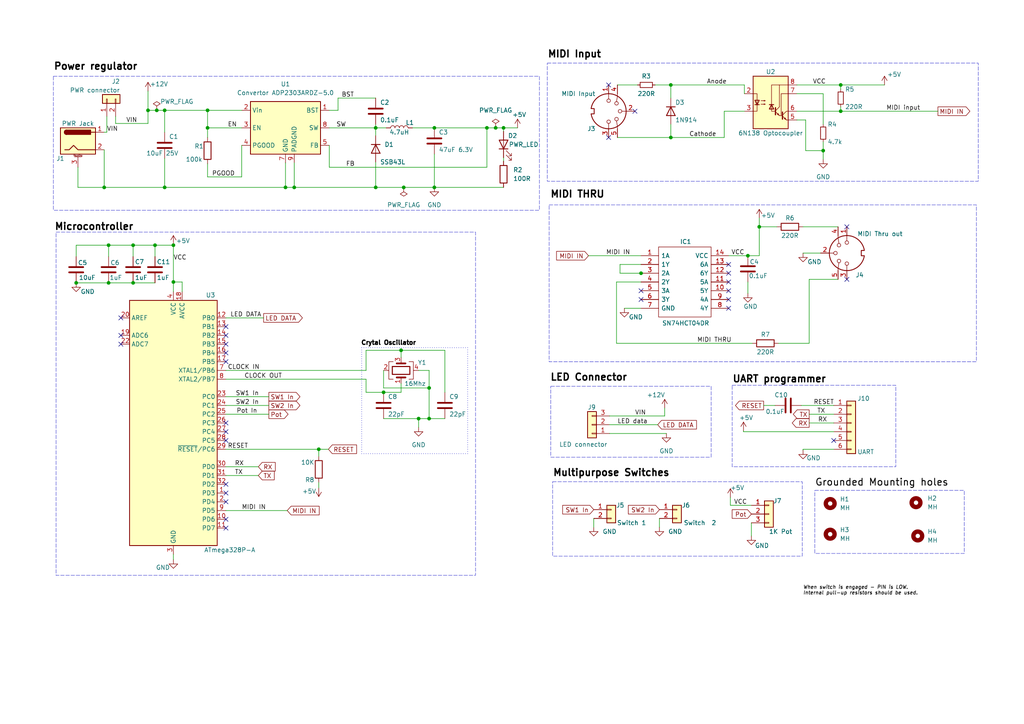
<source format=kicad_sch>
(kicad_sch (version 20230121) (generator eeschema)
  (paper "A4")
  (lib_symbols
    (symbol "Connector:Barrel_Jack_MountingPin" (pin_names hide)
      (property "Reference" "J1" (at -5.08 -5.08 0))
      (property "Value" "PWR Jack" (at 0 5.08 0))
      (symbol "Barrel_Jack_MountingPin_0_1"
        (rectangle (start -5.08 3.81) (end 5.08 -3.81) (stroke (width 0.254)) (fill (type background)))
        (arc (start -3.302 3.175) (mid -3.9343 2.54) (end -3.302 1.905) (stroke (width 0.254)))
        (arc (start -3.302 3.175) (mid -3.9343 2.54) (end -3.302 1.905) (stroke (width 0.254)) (fill (type outline)))
        (polyline (pts (xy 5.08 2.54) (xy 3.81 2.54)) (stroke (width 0.254)))
        (polyline (pts (xy -3.81 -2.54) (xy -2.54 -2.54) (xy -1.27 -1.27) (xy 0 -2.54) (xy 2.54 -2.54) (xy 5.08 -2.54)) (stroke (width 0.254)))
        (rectangle (start 3.683 3.175) (end -3.302 1.905) (stroke (width 0.254)) (fill (type outline)))
      )
      (symbol "Barrel_Jack_MountingPin_1_1"
        (polyline (pts (xy -1.016 -4.572) (xy 1.016 -4.572)) (stroke (width 0.1524)))
        (text "Mounting" (at 0 -4.191 0) (effects (font (size 0.381 0.381))))
        (pin passive line (at 7.62 2.54 180) (length 2.54) (name "~") (number "1"))
        (pin passive line (at 7.62 -2.54 180) (length 2.54) (name "~") (number "2"))
        (pin passive line (at 0 -7.62 90) (length 3.048) (name "MountPin") (number "3"))
      )
    )
    (symbol "Connector:DIN-5_180degree" (pin_names (offset 1.016))
      (property "Reference" "J" (at 3.175 5.715 0))
      (property "Value" "DIN-5_180degree" (at 0 -6.35 0))
      (symbol "DIN-5_180degree_0_1"
        (arc (start -5.08 0) (mid -3.8609 -3.3364) (end -0.762 -5.08) (stroke (width 0.254)))
        (circle (center -3.048 0) (radius 0.508))
        (circle (center -2.286 2.286) (radius 0.508))
        (polyline (pts (xy -5.08 0) (xy -3.556 0)))
        (polyline (pts (xy 0 5.08) (xy 0 3.81)))
        (polyline (pts (xy 5.08 0) (xy 3.556 0)))
        (polyline (pts (xy -5.08 2.54) (xy -4.318 2.54) (xy -2.794 2.286)))
        (polyline (pts (xy 5.08 2.54) (xy 4.318 2.54) (xy 2.794 2.286)))
        (polyline (pts (xy -0.762 -4.953) (xy -0.762 -4.191) (xy 0.762 -4.191) (xy 0.762 -4.953)) (stroke (width 0.254)))
        (circle (center 0 3.302) (radius 0.508))
        (arc (start 0.762 -5.08) (mid 3.8685 -3.343) (end 5.08 0) (stroke (width 0.254)))
        (circle (center 2.286 2.286) (radius 0.508))
        (circle (center 3.048 0) (radius 0.508))
        (arc (start 5.08 0) (mid 0 5.0579) (end -5.08 0) (stroke (width 0.254)))
      )
      (symbol "DIN-5_180degree_1_1"
        (pin passive line (at -7.62 0 0) (length 2.54) (name "~") (number "1"))
        (pin passive line (at 0 7.62 270) (length 2.54) (name "~") (number "2"))
        (pin passive line (at 7.62 0 180) (length 2.54) (name "~") (number "3"))
        (pin passive line (at -7.62 2.54 0) (length 2.54) (name "~") (number "4"))
        (pin passive line (at 7.62 2.54 180) (length 2.54) (name "~") (number "5"))
      )
    )
    (symbol "Connector_Generic:Conn_01x02" (pin_names (offset 1.016) hide)
      (property "Reference" "J" (at 0 2.54 0))
      (property "Value" "Conn_01x02" (at 0 -5.08 0))
      (symbol "Conn_01x02_1_1"
        (rectangle (start -1.27 -2.413) (end 0 -2.667) (stroke (width 0.1524)))
        (rectangle (start -1.27 0.127) (end 0 -0.127) (stroke (width 0.1524)))
        (rectangle (start -1.27 1.27) (end 1.27 -3.81) (stroke (width 0.254)) (fill (type background)))
        (pin passive line (at -5.08 0 0) (length 3.81) (name "Pin_1") (number "1"))
        (pin passive line (at -5.08 -2.54 0) (length 3.81) (name "Pin_2") (number "2"))
      )
    )
    (symbol "Connector_Generic:Conn_01x03" (pin_names (offset 1.016) hide)
      (property "Reference" "J" (at 0 5.08 0))
      (property "Value" "Conn_01x03" (at 0 -5.08 0))
      (symbol "Conn_01x03_1_1"
        (rectangle (start -1.27 -2.413) (end 0 -2.667) (stroke (width 0.1524)))
        (rectangle (start -1.27 0.127) (end 0 -0.127) (stroke (width 0.1524)))
        (rectangle (start -1.27 2.667) (end 0 2.413) (stroke (width 0.1524)))
        (rectangle (start -1.27 3.81) (end 1.27 -3.81) (stroke (width 0.254)) (fill (type background)))
        (pin passive line (at -5.08 2.54 0) (length 3.81) (name "Pin_1") (number "1"))
        (pin passive line (at -5.08 0 0) (length 3.81) (name "Pin_2") (number "2"))
        (pin passive line (at -5.08 -2.54 0) (length 3.81) (name "Pin_3") (number "3"))
      )
    )
    (symbol "Connector_Generic:Conn_01x06" (pin_names (offset 1.016) hide)
      (property "Reference" "J" (at 0 7.62 0))
      (property "Value" "Conn_01x06" (at 0 -10.16 0))
      (symbol "Conn_01x06_1_1"
        (rectangle (start -1.27 -7.493) (end 0 -7.747) (stroke (width 0.1524)))
        (rectangle (start -1.27 -4.953) (end 0 -5.207) (stroke (width 0.1524)))
        (rectangle (start -1.27 -2.413) (end 0 -2.667) (stroke (width 0.1524)))
        (rectangle (start -1.27 0.127) (end 0 -0.127) (stroke (width 0.1524)))
        (rectangle (start -1.27 2.667) (end 0 2.413) (stroke (width 0.1524)))
        (rectangle (start -1.27 5.207) (end 0 4.953) (stroke (width 0.1524)))
        (rectangle (start -1.27 6.35) (end 1.27 -8.89) (stroke (width 0.254)) (fill (type background)))
        (pin passive line (at -5.08 5.08 0) (length 3.81) (name "Pin_1") (number "1"))
        (pin passive line (at -5.08 2.54 0) (length 3.81) (name "Pin_2") (number "2"))
        (pin passive line (at -5.08 0 0) (length 3.81) (name "Pin_3") (number "3"))
        (pin passive line (at -5.08 -2.54 0) (length 3.81) (name "Pin_4") (number "4"))
        (pin passive line (at -5.08 -5.08 0) (length 3.81) (name "Pin_5") (number "5"))
        (pin passive line (at -5.08 -7.62 0) (length 3.81) (name "Pin_6") (number "6"))
      )
    )
    (symbol "Device:C" (pin_numbers hide) (pin_names (offset 0.254))
      (property "Reference" "C" (at 0.635 2.54 0))
      (property "Value" "C" (at 0.635 -2.54 0))
      (symbol "C_0_1"
        (polyline (pts (xy -2.032 -0.762) (xy 2.032 -0.762)) (stroke (width 0.508)))
        (polyline (pts (xy -2.032 0.762) (xy 2.032 0.762)) (stroke (width 0.508)))
      )
      (symbol "C_1_1"
        (pin passive line (at 0 3.81 270) (length 2.794) (name "~") (number "1"))
        (pin passive line (at 0 -3.81 90) (length 2.794) (name "~") (number "2"))
      )
    )
    (symbol "Device:Crystal_GND24" (pin_names (offset 1.016) hide)
      (property "Reference" "Y" (at 3.175 5.08 0))
      (property "Value" "Crystal_GND24" (at 3.175 3.175 0))
      (symbol "Crystal_GND24_0_1"
        (rectangle (start -1.143 2.54) (end 1.143 -2.54) (stroke (width 0.3048)))
        (polyline (pts (xy -2.54 0) (xy -2.032 0)))
        (polyline (pts (xy -2.032 -1.27) (xy -2.032 1.27)) (stroke (width 0.508)))
        (polyline (pts (xy 0 -3.81) (xy 0 -3.556)))
        (polyline (pts (xy 0 3.556) (xy 0 3.81)))
        (polyline (pts (xy 2.032 -1.27) (xy 2.032 1.27)) (stroke (width 0.508)))
        (polyline (pts (xy 2.032 0) (xy 2.54 0)))
        (polyline (pts (xy -2.54 -2.286) (xy -2.54 -3.556) (xy 2.54 -3.556) (xy 2.54 -2.286)))
        (polyline (pts (xy -2.54 2.286) (xy -2.54 3.556) (xy 2.54 3.556) (xy 2.54 2.286)))
      )
      (symbol "Crystal_GND24_1_1"
        (pin passive line (at -3.81 0 0) (length 1.27) (name "1") (number "1"))
        (pin passive line (at 0 5.08 270) (length 1.27) (name "2") (number "2"))
        (pin passive line (at 3.81 0 180) (length 1.27) (name "3") (number "3"))
        (pin passive line (at 0 -5.08 90) (length 1.27) (name "4") (number "4"))
      )
    )
    (symbol "Device:D" (pin_numbers hide) (pin_names (offset 1.016) hide)
      (property "Reference" "D" (at 0 2.54 0))
      (property "Value" "D" (at 0 -2.54 0))
      (symbol "D_0_1"
        (polyline (pts (xy -1.27 1.27) (xy -1.27 -1.27)) (stroke (width 0.254)))
        (polyline (pts (xy 1.27 0) (xy -1.27 0)))
        (polyline (pts (xy 1.27 1.27) (xy 1.27 -1.27) (xy -1.27 0) (xy 1.27 1.27)) (stroke (width 0.254)))
      )
      (symbol "D_1_1"
        (pin passive line (at -3.81 0 0) (length 2.54) (name "K") (number "1"))
        (pin passive line (at 3.81 0 180) (length 2.54) (name "A") (number "2"))
      )
    )
    (symbol "Device:L" (pin_numbers hide) (pin_names (offset 1.016) hide)
      (property "Reference" "L" (at -1.27 0 90))
      (property "Value" "L" (at 1.905 0 90))
      (symbol "L_0_1"
        (arc (start 0 -2.54) (mid 0.6323 -1.905) (end 0 -1.27))
        (arc (start 0 -1.27) (mid 0.6323 -0.635) (end 0 0))
        (arc (start 0 0) (mid 0.6323 0.635) (end 0 1.27))
        (arc (start 0 1.27) (mid 0.6323 1.905) (end 0 2.54))
      )
      (symbol "L_1_1"
        (pin passive line (at 0 3.81 270) (length 1.27) (name "1") (number "1"))
        (pin passive line (at 0 -3.81 90) (length 1.27) (name "2") (number "2"))
      )
    )
    (symbol "Device:LED" (pin_numbers hide) (pin_names (offset 1.016) hide)
      (property "Reference" "D" (at 0 2.54 0))
      (property "Value" "LED" (at 0 -2.54 0))
      (symbol "LED_0_1"
        (polyline (pts (xy -1.27 -1.27) (xy -1.27 1.27)) (stroke (width 0.254)))
        (polyline (pts (xy -1.27 0) (xy 1.27 0)))
        (polyline (pts (xy 1.27 -1.27) (xy 1.27 1.27) (xy -1.27 0) (xy 1.27 -1.27)) (stroke (width 0.254)))
        (polyline (pts (xy -3.048 -0.762) (xy -4.572 -2.286) (xy -3.81 -2.286) (xy -4.572 -2.286) (xy -4.572 -1.524)))
        (polyline (pts (xy -1.778 -0.762) (xy -3.302 -2.286) (xy -2.54 -2.286) (xy -3.302 -2.286) (xy -3.302 -1.524)))
      )
      (symbol "LED_1_1"
        (pin passive line (at -3.81 0 0) (length 2.54) (name "K") (number "1"))
        (pin passive line (at 3.81 0 180) (length 2.54) (name "A") (number "2"))
      )
    )
    (symbol "Device:R" (pin_numbers hide) (pin_names (offset 0))
      (property "Reference" "R" (at 2.032 0 90))
      (property "Value" "R" (at 0 0 90))
      (symbol "R_0_1"
        (rectangle (start -1.016 -2.54) (end 1.016 2.54) (stroke (width 0.254)))
      )
      (symbol "R_1_1"
        (pin passive line (at 0 3.81 270) (length 1.27) (name "~") (number "1"))
        (pin passive line (at 0 -3.81 90) (length 1.27) (name "~") (number "2"))
      )
    )
    (symbol "Device:R_Small" (pin_numbers hide) (pin_names (offset 0.254) hide)
      (property "Reference" "R" (at 0.762 0.508 0))
      (property "Value" "R_Small" (at 0.762 -1.016 0))
      (symbol "R_Small_0_1"
        (rectangle (start -0.762 1.778) (end 0.762 -1.778) (stroke (width 0.2032)))
      )
      (symbol "R_Small_1_1"
        (pin passive line (at 0 2.54 270) (length 0.762) (name "~") (number "1"))
        (pin passive line (at 0 -2.54 90) (length 0.762) (name "~") (number "2"))
      )
    )
    (symbol "Diode:1N914" (pin_numbers hide) (pin_names hide)
      (property "Reference" "D" (at 0 2.54 0))
      (property "Value" "1N914" (at 0 -2.54 0))
      (symbol "1N914_0_1"
        (polyline (pts (xy -1.27 1.27) (xy -1.27 -1.27)) (stroke (width 0.254)))
        (polyline (pts (xy 1.27 0) (xy -1.27 0)))
        (polyline (pts (xy 1.27 1.27) (xy 1.27 -1.27) (xy -1.27 0) (xy 1.27 1.27)) (stroke (width 0.254)))
      )
      (symbol "1N914_1_1"
        (pin passive line (at -3.81 0 0) (length 2.54) (name "K") (number "1"))
        (pin passive line (at 3.81 0 180) (length 2.54) (name "A") (number "2"))
      )
    )
    (symbol "Isolator:6N138" (pin_names (offset 1.016) hide)
      (property "Reference" "U" (at -4.064 8.89 0))
      (property "Value" "6N138" (at 2.286 8.89 0))
      (symbol "6N138_0_1"
        (rectangle (start -5.08 7.62) (end 5.08 -7.62) (stroke (width 0.254)) (fill (type background)))
        (polyline (pts (xy -4.572 -0.635) (xy -3.302 -0.635)) (stroke (width 0.254)))
        (polyline (pts (xy 0.889 -0.635) (xy -0.381 -0.635)) (stroke (width 0.254)))
        (polyline (pts (xy 1.397 -2.667) (xy 2.54 -3.81)))
        (polyline (pts (xy 1.397 -2.413) (xy 2.54 -1.27)))
        (polyline (pts (xy 2.54 -3.81) (xy 3.175 -3.81)))
        (polyline (pts (xy 3.429 -3.937) (xy 4.572 -5.08)))
        (polyline (pts (xy 3.429 -3.683) (xy 4.572 -2.54)))
        (polyline (pts (xy 4.572 -5.08) (xy 5.08 -5.08)))
        (polyline (pts (xy 4.572 -2.54) (xy 5.08 -2.54)))
        (polyline (pts (xy 1.397 -1.524) (xy 1.397 -3.556) (xy 1.397 -3.556)) (stroke (width 0.3556)))
        (polyline (pts (xy 2.54 -1.27) (xy 2.54 5.08) (xy 5.08 5.08)))
        (polyline (pts (xy 3.429 -2.794) (xy 3.429 -4.826) (xy 3.429 -4.826)) (stroke (width 0.3556)))
        (polyline (pts (xy 5.08 2.54) (xy 3.048 2.54) (xy 3.048 -3.81)))
        (polyline (pts (xy -5.08 -2.54) (xy -3.937 -2.54) (xy -3.937 2.54) (xy -5.08 2.54)))
        (polyline (pts (xy -3.937 -0.635) (xy -4.572 0.635) (xy -3.302 0.635) (xy -3.937 -0.635)) (stroke (width 0.254)))
        (polyline (pts (xy 0.254 -0.635) (xy 0.889 -1.905) (xy -0.381 -1.905) (xy 0.254 -0.635)) (stroke (width 0.254)))
        (polyline (pts (xy 1.27 -2.54) (xy 0.254 -2.54) (xy 0.254 5.08) (xy 2.54 5.08)))
        (polyline (pts (xy 2.413 -3.683) (xy 2.159 -3.175) (xy 1.905 -3.429) (xy 2.413 -3.683)))
        (polyline (pts (xy 4.445 -4.953) (xy 4.191 -4.445) (xy 3.937 -4.699) (xy 4.445 -4.953)))
        (polyline (pts (xy -2.794 -0.508) (xy -1.524 -0.508) (xy -1.905 -0.635) (xy -1.905 -0.381) (xy -1.524 -0.508)))
        (polyline (pts (xy -2.794 0.508) (xy -1.524 0.508) (xy -1.905 0.381) (xy -1.905 0.635) (xy -1.524 0.508)))
      )
      (symbol "6N138_1_1"
        (pin no_connect line (at -5.08 5.08 0) (length 2.54) hide (name "NC") (number "1"))
        (pin passive line (at -7.62 2.54 0) (length 2.54) (name "C1") (number "2"))
        (pin passive line (at -7.62 -2.54 0) (length 2.54) (name "C2") (number "3"))
        (pin no_connect line (at -5.08 -5.08 0) (length 2.54) hide (name "NC") (number "4"))
        (pin passive line (at 7.62 -5.08 180) (length 2.54) (name "GND") (number "5"))
        (pin passive line (at 7.62 -2.54 180) (length 2.54) (name "VO2") (number "6"))
        (pin passive line (at 7.62 2.54 180) (length 2.54) (name "VO1") (number "7"))
        (pin passive line (at 7.62 5.08 180) (length 2.54) (name "VCC") (number "8"))
      )
    )
    (symbol "MCU_Microchip_ATmega:ATmega328P-A"
      (property "Reference" "U" (at -12.7 36.83 0))
      (property "Value" "ATmega328P-A" (at 2.54 -36.83 0))
      (symbol "ATmega328P-A_0_1"
        (rectangle (start -12.7 -35.56) (end 12.7 35.56) (stroke (width 0.254)) (fill (type background)))
      )
      (symbol "ATmega328P-A_1_1"
        (pin bidirectional line (at 15.24 -20.32 180) (length 2.54) (name "PD3") (number "1"))
        (pin bidirectional line (at 15.24 -27.94 180) (length 2.54) (name "PD6") (number "10"))
        (pin bidirectional line (at 15.24 -30.48 180) (length 2.54) (name "PD7") (number "11"))
        (pin bidirectional line (at 15.24 30.48 180) (length 2.54) (name "PB0") (number "12"))
        (pin bidirectional line (at 15.24 27.94 180) (length 2.54) (name "PB1") (number "13"))
        (pin bidirectional line (at 15.24 25.4 180) (length 2.54) (name "PB2") (number "14"))
        (pin bidirectional line (at 15.24 22.86 180) (length 2.54) (name "PB3") (number "15"))
        (pin bidirectional line (at 15.24 20.32 180) (length 2.54) (name "PB4") (number "16"))
        (pin bidirectional line (at 15.24 17.78 180) (length 2.54) (name "PB5") (number "17"))
        (pin power_in line (at 2.54 38.1 270) (length 2.54) (name "AVCC") (number "18"))
        (pin input line (at -15.24 25.4 0) (length 2.54) (name "ADC6") (number "19"))
        (pin bidirectional line (at 15.24 -22.86 180) (length 2.54) (name "PD4") (number "2"))
        (pin passive line (at -15.24 30.48 0) (length 2.54) (name "AREF") (number "20"))
        (pin passive line (at 0 -38.1 90) (length 2.54) hide (name "GND") (number "21"))
        (pin input line (at -15.24 22.86 0) (length 2.54) (name "ADC7") (number "22"))
        (pin bidirectional line (at 15.24 7.62 180) (length 2.54) (name "PC0") (number "23"))
        (pin bidirectional line (at 15.24 5.08 180) (length 2.54) (name "PC1") (number "24"))
        (pin bidirectional line (at 15.24 2.54 180) (length 2.54) (name "PC2") (number "25"))
        (pin bidirectional line (at 15.24 0 180) (length 2.54) (name "PC3") (number "26"))
        (pin bidirectional line (at 15.24 -2.54 180) (length 2.54) (name "PC4") (number "27"))
        (pin bidirectional line (at 15.24 -5.08 180) (length 2.54) (name "PC5") (number "28"))
        (pin bidirectional line (at 15.24 -7.62 180) (length 2.54) (name "~{RESET}/PC6") (number "29"))
        (pin power_in line (at 0 -38.1 90) (length 2.54) (name "GND") (number "3"))
        (pin bidirectional line (at 15.24 -12.7 180) (length 2.54) (name "PD0") (number "30"))
        (pin bidirectional line (at 15.24 -15.24 180) (length 2.54) (name "PD1") (number "31"))
        (pin bidirectional line (at 15.24 -17.78 180) (length 2.54) (name "PD2") (number "32"))
        (pin power_in line (at 0 38.1 270) (length 2.54) (name "VCC") (number "4"))
        (pin passive line (at 0 -38.1 90) (length 2.54) hide (name "GND") (number "5"))
        (pin passive line (at 0 38.1 270) (length 2.54) hide (name "VCC") (number "6"))
        (pin bidirectional line (at 15.24 15.24 180) (length 2.54) (name "XTAL1/PB6") (number "7"))
        (pin bidirectional line (at 15.24 12.7 180) (length 2.54) (name "XTAL2/PB7") (number "8"))
        (pin bidirectional line (at 15.24 -25.4 180) (length 2.54) (name "PD5") (number "9"))
      )
    )
    (symbol "Mechanical:MountingHole" (pin_names (offset 1.016))
      (property "Reference" "H" (at 0 5.08 0))
      (property "Value" "MountingHole" (at 0 3.175 0))
      (symbol "MountingHole_0_1"
        (circle (center 0 0) (radius 1.27) (stroke (width 1.27)))
      )
    )
    (symbol "Regulator_Switching:ADP2303ARDZ-5.0"
      (property "Reference" "U" (at -10.16 8.89 0))
      (property "Value" "ADP2303ARDZ-5.0" (at -3.81 8.89 0))
      (symbol "ADP2303ARDZ-5.0_0_1"
        (rectangle (start -10.16 7.62) (end 10.16 -7.62) (stroke (width 0.254)) (fill (type background)))
      )
      (symbol "ADP2303ARDZ-5.0_1_1"
        (pin input line (at 12.7 5.08 180) (length 2.54) (name "BST") (number "1"))
        (pin power_in line (at -12.7 5.08 0) (length 2.54) (name "Vin") (number "2"))
        (pin input line (at -12.7 0 0) (length 2.54) (name "EN") (number "3"))
        (pin output line (at -12.7 -5.08 0) (length 2.54) (name "PGOOD") (number "4"))
        (pin input line (at 12.7 -5.08 180) (length 2.54) (name "FB") (number "5"))
        (pin no_connect line (at -10.16 2.54 0) (length 2.54) hide (name "NC") (number "6"))
        (pin power_in line (at 0 -10.16 90) (length 2.54) (name "GND") (number "7"))
        (pin power_out line (at 12.7 0 180) (length 2.54) (name "SW") (number "8"))
        (pin power_in line (at 2.54 -10.16 90) (length 2.54) (name "PADGND") (number "9"))
      )
    )
    (symbol "SN74HCT04DR:SN74HCT04DR" (pin_names (offset 0.762))
      (property "Reference" "IC" (at 21.59 7.62 0))
      (property "Value" "SN74HCT04DR" (at 21.59 5.08 0))
      (symbol "SN74HCT04DR_0_0"
        (pin passive line (at 0 0 0) (length 5.08) (name "1A") (number "1"))
        (pin passive line (at 25.4 -10.16 180) (length 5.08) (name "5Y") (number "10"))
        (pin passive line (at 25.4 -7.62 180) (length 5.08) (name "5A") (number "11"))
        (pin passive line (at 25.4 -5.08 180) (length 5.08) (name "6Y") (number "12"))
        (pin passive line (at 25.4 -2.54 180) (length 5.08) (name "6A") (number "13"))
        (pin passive line (at 25.4 0 180) (length 5.08) (name "VCC") (number "14"))
        (pin passive line (at 0 -2.54 0) (length 5.08) (name "1Y") (number "2"))
        (pin passive line (at 0 -5.08 0) (length 5.08) (name "2A") (number "3"))
        (pin passive line (at 0 -7.62 0) (length 5.08) (name "2Y") (number "4"))
        (pin passive line (at 0 -10.16 0) (length 5.08) (name "3A") (number "5"))
        (pin passive line (at 0 -12.7 0) (length 5.08) (name "3Y") (number "6"))
        (pin passive line (at 0 -15.24 0) (length 5.08) (name "GND") (number "7"))
        (pin passive line (at 25.4 -15.24 180) (length 5.08) (name "4Y") (number "8"))
        (pin passive line (at 25.4 -12.7 180) (length 5.08) (name "4A") (number "9"))
      )
      (symbol "SN74HCT04DR_0_1"
        (polyline (pts (xy 5.08 2.54) (xy 20.32 2.54) (xy 20.32 -17.78) (xy 5.08 -17.78) (xy 5.08 2.54)) (stroke (width 0.1524)))
      )
    )
    (symbol "power:+12V" (power) (pin_names (offset 0))
      (property "Value" "+12V" (at 0 3.556 0))
      (symbol "+12V_0_1"
        (polyline (pts (xy -0.762 1.27) (xy 0 2.54)))
        (polyline (pts (xy 0 0) (xy 0 2.54)))
        (polyline (pts (xy 0 2.54) (xy 0.762 1.27)))
      )
      (symbol "+12V_1_1"
        (pin power_in line (at 0 0 90) (length 0) hide (name "+12V") (number "1"))
      )
    )
    (symbol "power:+5V" (power) (pin_names (offset 0))
      (property "Value" "+5V" (at 0 3.556 0))
      (symbol "+5V_0_1"
        (polyline (pts (xy -0.762 1.27) (xy 0 2.54)))
        (polyline (pts (xy 0 0) (xy 0 2.54)))
        (polyline (pts (xy 0 2.54) (xy 0.762 1.27)))
      )
      (symbol "+5V_1_1"
        (pin power_in line (at 0 0 90) (length 0) hide (name "+5V") (number "1"))
      )
    )
    (symbol "power:GND" (power) (pin_names (offset 0))
      (property "Value" "GND" (at 0 -3.81 0))
      (symbol "GND_0_1"
        (polyline (pts (xy 0 0) (xy 0 -1.27) (xy 1.27 -1.27) (xy 0 -2.54) (xy -1.27 -1.27) (xy 0 -1.27)))
      )
      (symbol "GND_1_1"
        (pin power_in line (at 0 0 270) (length 0) hide (name "GND") (number "1"))
      )
    )
    (symbol "power:PWR_FLAG" (power) (pin_numbers hide) (pin_names (offset 0) hide)
      (property "Value" "PWR_FLAG" (at 0 3.81 0))
      (symbol "PWR_FLAG_0_0"
        (pin power_out line (at 0 0 90) (length 0) (name "pwr") (number "1"))
      )
      (symbol "PWR_FLAG_0_1"
        (polyline (pts (xy 0 0) (xy 0 1.27) (xy -1.016 1.905) (xy 0 2.54) (xy 1.016 1.905) (xy 0 1.27)))
      )
    )
  )
  (junction (at 194.564 39.878))
  (junction (at 31.496 82.042))
  (junction (at 146.05 37.084))
  (junction (at 47.752 54.356))
  (junction (at 38.608 71.12))
  (junction (at 50.292 81.788))
  (junction (at 143.764 37.084))
  (junction (at 108.966 37.084))
  (junction (at 31.496 71.12))
  (junction (at 38.608 82.042))
  (junction (at 44.958 71.12))
  (junction (at 116.332 101.6))
  (junction (at 108.966 54.356))
  (junction (at 111.252 113.792))
  (junction (at 141.224 37.084))
  (junction (at 60.198 32.004))
  (junction (at 121.412 121.412))
  (junction (at 194.564 24.638))
  (junction (at 45.466 32.004))
  (junction (at 22.098 82.042))
  (junction (at 125.984 54.356))
  (junction (at 42.926 32.004))
  (junction (at 125.984 37.084))
  (junction (at 50.292 71.12))
  (junction (at 243.84 32.258))
  (junction (at 47.752 32.004))
  (junction (at 124.46 121.412))
  (junction (at 220.218 65.786))
  (junction (at 30.226 54.356))
  (junction (at 60.198 37.084))
  (junction (at 243.84 24.638))
  (junction (at 124.46 112.522))
  (junction (at 85.344 54.356))
  (junction (at 216.916 74.168))
  (junction (at 238.76 43.688))
  (junction (at 117.094 54.356))
  (junction (at 92.456 130.302))
  (junction (at 185.928 79.248))
  (junction (at 82.804 54.356))
  (no_connect (at 211.328 79.248))
  (no_connect (at 211.328 84.328))
  (no_connect (at 65.532 145.542))
  (no_connect (at 65.532 140.462))
  (no_connect (at 65.532 143.002))
  (no_connect (at 65.532 97.282))
  (no_connect (at 65.532 150.622))
  (no_connect (at 184.15 32.258))
  (no_connect (at 211.328 81.788))
  (no_connect (at 241.808 127.762))
  (no_connect (at 65.532 102.362))
  (no_connect (at 185.928 86.868))
  (no_connect (at 176.53 24.638))
  (no_connect (at 65.532 99.822))
  (no_connect (at 211.328 76.708))
  (no_connect (at 35.052 99.822))
  (no_connect (at 211.328 86.868))
  (no_connect (at 65.532 127.762))
  (no_connect (at 65.532 94.742))
  (no_connect (at 35.052 97.282))
  (no_connect (at 211.328 89.408))
  (no_connect (at 185.928 84.328))
  (no_connect (at 65.532 153.162))
  (no_connect (at 245.618 65.786))
  (no_connect (at 65.532 125.222))
  (no_connect (at 65.532 122.682))
  (no_connect (at 65.532 104.902))
  (no_connect (at 176.53 39.878))
  (no_connect (at 245.618 81.026))
  (no_connect (at 35.052 92.202))
  (wire (pts (xy 220.218 65.786) (xy 220.218 74.168)))
  (wire (pts (xy 179.07 24.638) (xy 184.912 24.638)))
  (wire (pts (xy 176.784 125.73) (xy 193.294 125.73)))
  (wire (pts (xy 238.76 43.688) (xy 238.76 46.228)))
  (wire (pts (xy 231.14 32.258) (xy 243.84 32.258)))
  (wire (pts (xy 98.044 28.448) (xy 108.966 28.448)))
  (wire (pts (xy 211.328 74.168) (xy 216.916 74.168)))
  (wire (pts (xy 241.808 125.222) (xy 215.646 125.222)))
  (wire (pts (xy 60.198 51.308) (xy 70.104 51.308)))
  (wire (pts (xy 125.984 54.356) (xy 117.094 54.356)))
  (wire (pts (xy 178.816 99.568) (xy 218.186 99.568)))
  (wire (pts (xy 85.344 47.244) (xy 85.344 54.356)))
  (wire (pts (xy 47.752 32.004) (xy 60.198 32.004)))
  (wire (pts (xy 225.806 99.568) (xy 234.696 99.568)))
  (wire (pts (xy 231.14 27.178) (xy 238.76 27.178)))
  (wire (pts (xy 30.226 54.356) (xy 47.752 54.356)))
  (wire (pts (xy 95.504 37.084) (xy 108.966 37.084)))
  (wire (pts (xy 116.332 101.6) (xy 116.332 103.632)))
  (wire (pts (xy 47.752 45.974) (xy 47.752 54.356)))
  (wire (pts (xy 111.252 107.442) (xy 111.252 112.522)))
  (wire (pts (xy 65.532 135.382) (xy 74.93 135.382)))
  (wire (pts (xy 31.496 82.042) (xy 38.608 82.042)))
  (wire (pts (xy 210.058 32.258) (xy 215.9 32.258)))
  (wire (pts (xy 65.532 130.302) (xy 92.456 130.302)))
  (wire (pts (xy 45.466 32.004) (xy 47.752 32.004)))
  (wire (pts (xy 238.76 41.148) (xy 238.76 43.688)))
  (wire (pts (xy 65.532 120.142) (xy 77.978 120.142)))
  (wire (pts (xy 233.68 43.688) (xy 238.76 43.688)))
  (wire (pts (xy 22.606 54.356) (xy 30.226 54.356)))
  (wire (pts (xy 65.532 107.442) (xy 106.172 107.442)))
  (wire (pts (xy 129.032 101.6) (xy 129.032 113.792)))
  (wire (pts (xy 111.252 112.522) (xy 124.46 112.522)))
  (wire (pts (xy 121.412 121.412) (xy 124.46 121.412)))
  (wire (pts (xy 225.298 65.786) (xy 220.218 65.786)))
  (wire (pts (xy 95.504 32.004) (xy 98.044 32.004)))
  (wire (pts (xy 108.966 37.084) (xy 112.014 37.084)))
  (wire (pts (xy 233.68 34.798) (xy 233.68 43.688)))
  (wire (pts (xy 50.292 160.782) (xy 50.292 162.306)))
  (wire (pts (xy 42.926 26.416) (xy 42.926 32.004)))
  (wire (pts (xy 146.05 45.72) (xy 146.05 46.736)))
  (wire (pts (xy 179.832 76.708) (xy 179.832 79.248)))
  (wire (pts (xy 60.198 51.308) (xy 60.198 47.498)))
  (wire (pts (xy 191.262 150.368) (xy 191.262 152.908)))
  (wire (pts (xy 181.102 89.408) (xy 185.928 89.408)))
  (wire (pts (xy 243.84 24.638) (xy 243.84 25.908)))
  (wire (pts (xy 146.05 37.084) (xy 146.05 38.1)))
  (wire (pts (xy 38.608 71.12) (xy 38.608 74.422)))
  (wire (pts (xy 70.104 42.164) (xy 70.104 51.308)))
  (wire (pts (xy 232.41 117.602) (xy 241.808 117.602)))
  (wire (pts (xy 124.46 107.442) (xy 124.46 112.522)))
  (wire (pts (xy 178.816 81.788) (xy 178.816 99.568)))
  (wire (pts (xy 33.528 35.814) (xy 42.926 35.814)))
  (wire (pts (xy 42.926 32.004) (xy 45.466 32.004)))
  (wire (pts (xy 192.786 120.65) (xy 192.786 118.364)))
  (wire (pts (xy 176.784 123.19) (xy 190.754 123.19)))
  (wire (pts (xy 85.344 54.356) (xy 108.966 54.356)))
  (wire (pts (xy 121.412 121.412) (xy 121.412 123.952)))
  (wire (pts (xy 234.696 122.682) (xy 241.808 122.682)))
  (wire (pts (xy 238.76 27.178) (xy 238.76 36.068)))
  (wire (pts (xy 231.14 24.638) (xy 243.84 24.638)))
  (wire (pts (xy 217.932 151.638) (xy 217.932 155.448)))
  (wire (pts (xy 220.218 65.786) (xy 220.218 63.246)))
  (wire (pts (xy 108.966 37.084) (xy 108.966 36.068)))
  (wire (pts (xy 211.836 146.558) (xy 217.932 146.558)))
  (wire (pts (xy 65.532 117.602) (xy 77.978 117.602)))
  (wire (pts (xy 234.696 120.142) (xy 241.808 120.142)))
  (wire (pts (xy 146.05 54.356) (xy 125.984 54.356)))
  (wire (pts (xy 60.198 37.084) (xy 60.198 32.004)))
  (wire (pts (xy 111.252 113.792) (xy 106.172 113.792)))
  (wire (pts (xy 50.292 70.866) (xy 50.292 71.12)))
  (wire (pts (xy 65.532 137.922) (xy 74.93 137.922)))
  (wire (pts (xy 176.784 120.65) (xy 192.786 120.65)))
  (wire (pts (xy 179.07 39.878) (xy 194.564 39.878)))
  (wire (pts (xy 47.752 54.356) (xy 82.804 54.356)))
  (wire (pts (xy 30.226 43.434) (xy 30.226 54.356)))
  (wire (pts (xy 30.988 33.782) (xy 30.988 38.354)))
  (wire (pts (xy 216.916 81.788) (xy 216.916 85.09)))
  (wire (pts (xy 38.608 82.042) (xy 44.958 82.042)))
  (wire (pts (xy 116.332 101.6) (xy 129.032 101.6)))
  (wire (pts (xy 47.752 38.354) (xy 47.752 32.004)))
  (wire (pts (xy 124.46 112.522) (xy 124.46 121.412)))
  (wire (pts (xy 33.528 35.814) (xy 33.528 33.782)))
  (wire (pts (xy 60.198 37.084) (xy 60.198 39.878)))
  (wire (pts (xy 234.696 99.568) (xy 234.696 81.026)))
  (wire (pts (xy 231.14 34.798) (xy 233.68 34.798)))
  (wire (pts (xy 95.504 42.164) (xy 95.504 48.514)))
  (wire (pts (xy 44.958 71.12) (xy 50.292 71.12)))
  (wire (pts (xy 241.808 130.302) (xy 232.918 130.302)))
  (wire (pts (xy 124.46 121.412) (xy 129.032 121.412)))
  (wire (pts (xy 185.928 81.788) (xy 178.816 81.788)))
  (wire (pts (xy 42.926 32.004) (xy 42.926 35.814)))
  (wire (pts (xy 125.984 37.084) (xy 141.224 37.084)))
  (wire (pts (xy 179.832 79.248) (xy 185.928 79.248)))
  (wire (pts (xy 106.172 101.6) (xy 116.332 101.6)))
  (wire (pts (xy 92.456 139.954) (xy 92.456 141.478)))
  (wire (pts (xy 82.804 54.356) (xy 85.344 54.356)))
  (wire (pts (xy 65.532 92.202) (xy 76.454 92.202)))
  (wire (pts (xy 210.058 39.878) (xy 210.058 32.258)))
  (wire (pts (xy 146.05 37.084) (xy 150.114 37.084)))
  (wire (pts (xy 92.456 130.302) (xy 92.456 132.334)))
  (wire (pts (xy 232.918 130.302) (xy 232.918 130.556)))
  (wire (pts (xy 52.832 84.582) (xy 52.832 81.788)))
  (wire (pts (xy 108.966 39.37) (xy 108.966 37.084)))
  (wire (pts (xy 194.564 24.638) (xy 194.564 28.448)))
  (wire (pts (xy 141.224 37.084) (xy 141.224 48.514)))
  (wire (pts (xy 106.172 107.442) (xy 106.172 101.6)))
  (wire (pts (xy 243.84 32.258) (xy 272.034 32.258)))
  (wire (pts (xy 38.608 71.12) (xy 44.958 71.12)))
  (wire (pts (xy 31.496 71.12) (xy 38.608 71.12)))
  (wire (pts (xy 194.564 39.878) (xy 210.058 39.878)))
  (wire (pts (xy 234.696 81.026) (xy 243.078 81.026)))
  (wire (pts (xy 185.928 79.248) (xy 186.182 79.248)))
  (wire (pts (xy 117.094 54.356) (xy 108.966 54.356)))
  (wire (pts (xy 119.634 37.084) (xy 125.984 37.084)))
  (wire (pts (xy 215.646 125.222) (xy 215.646 124.968)))
  (wire (pts (xy 95.25 130.302) (xy 92.456 130.302)))
  (wire (pts (xy 125.984 44.704) (xy 125.984 54.356)))
  (wire (pts (xy 232.918 65.786) (xy 243.078 65.786)))
  (wire (pts (xy 44.958 71.12) (xy 44.958 74.422)))
  (wire (pts (xy 30.988 38.354) (xy 30.226 38.354)))
  (wire (pts (xy 143.764 37.084) (xy 146.05 37.084)))
  (wire (pts (xy 194.564 36.068) (xy 194.564 39.878)))
  (wire (pts (xy 82.804 47.244) (xy 82.804 54.356)))
  (wire (pts (xy 141.224 37.084) (xy 143.764 37.084)))
  (wire (pts (xy 121.412 107.442) (xy 124.46 107.442)))
  (wire (pts (xy 60.198 37.084) (xy 70.104 37.084)))
  (wire (pts (xy 65.532 148.082) (xy 83.312 148.082)))
  (wire (pts (xy 243.84 30.988) (xy 243.84 32.258)))
  (wire (pts (xy 22.098 71.12) (xy 31.496 71.12)))
  (wire (pts (xy 60.198 32.004) (xy 70.104 32.004)))
  (wire (pts (xy 108.966 46.99) (xy 108.966 54.356)))
  (wire (pts (xy 65.532 109.982) (xy 106.172 109.982)))
  (wire (pts (xy 116.332 111.252) (xy 116.332 113.792)))
  (wire (pts (xy 221.488 117.602) (xy 224.79 117.602)))
  (wire (pts (xy 95.504 48.514) (xy 141.224 48.514)))
  (wire (pts (xy 211.836 144.272) (xy 211.836 146.558)))
  (wire (pts (xy 172.212 150.368) (xy 172.212 152.908)))
  (wire (pts (xy 243.84 24.638) (xy 256.54 24.638)))
  (wire (pts (xy 170.688 74.168) (xy 185.928 74.168)))
  (wire (pts (xy 98.044 32.004) (xy 98.044 28.448)))
  (wire (pts (xy 189.992 24.638) (xy 194.564 24.638)))
  (wire (pts (xy 111.252 121.412) (xy 121.412 121.412)))
  (wire (pts (xy 106.172 113.792) (xy 106.172 109.982)))
  (wire (pts (xy 31.496 71.12) (xy 31.496 74.422)))
  (wire (pts (xy 50.292 81.788) (xy 50.292 84.582)))
  (wire (pts (xy 22.606 48.514) (xy 22.606 54.356)))
  (wire (pts (xy 194.564 24.638) (xy 215.9 24.638)))
  (wire (pts (xy 22.098 74.422) (xy 22.098 71.12)))
  (wire (pts (xy 116.332 113.792) (xy 111.252 113.792)))
  (wire (pts (xy 50.292 71.12) (xy 50.292 81.788)))
  (wire (pts (xy 220.218 74.168) (xy 216.916 74.168)))
  (wire (pts (xy 65.532 115.062) (xy 77.978 115.062)))
  (wire (pts (xy 22.098 82.042) (xy 31.496 82.042)))
  (wire (pts (xy 215.9 24.638) (xy 215.9 27.178)))
  (wire (pts (xy 185.928 76.708) (xy 179.832 76.708)))
  (wire (pts (xy 52.832 81.788) (xy 50.292 81.788)))
  (wire (pts (xy 232.918 73.406) (xy 237.998 73.406)))
  (rectangle (start 16.256 67.31) (end 137.922 166.878) (stroke (width 0.1) (type dash)))
  (rectangle (start 159.258 59.436) (end 283.21 104.902) (stroke (width 0.1) (type dash)))
  (rectangle (start 15.494 22.098) (end 156.464 60.96) (stroke (width 0.1) (type dash)))
  (rectangle (start 158.75 18.288) (end 283.718 52.578) (stroke (width 0.1) (type dash)))
  (rectangle (start 159.766 112.014) (end 206.248 132.588) (stroke (width 0.1) (type dash)))
  (rectangle (start 236.347 142.24) (end 279.654 160.528) (stroke (width 0.1) (type dash)))
  (rectangle (start 212.344 111.76) (end 259.842 135.382) (stroke (width 0.1) (type dash)))
  (rectangle (start 160.274 139.7) (end 232.664 161.29) (stroke (width 0.1) (type dash)))
  (rectangle (start 104.902 100.838) (end 135.636 131.572) (stroke (width 0) (type dot)))
  (text "Multipurpose Switches" (at 160.274 138.43 0) (effects (font (size 2 2) (thickness 0.4) bold) (justify left bottom)))
  (text "Power regulator" (at 15.494 20.574 0) (effects (font (size 2 2) (thickness 0.4) bold) (justify left bottom)))
  (text "Grounded Mounting holes" (at 236.347 141.224 0) (effects (font (size 2 2) (thickness 0.254) bold) (justify left bottom)))
  (text "MIDI Input\n" (at 158.75 17.018 0) (effects (font (size 2 2) (thickness 0.4) bold) (justify left bottom)))
  (text "Microcontroller" (at 15.748 67.056 0) (effects (font (size 2 2) (thickness 0.4) bold) (justify left bottom)))
  (text "Crytal Oscillator" (at 104.648 100.33 0) (effects (font (size 1.27 1.27) (thickness 0.4) bold) (justify left bottom)))
  (text "LED Connector" (at 159.512 110.744 0) (effects (font (size 2 2) (thickness 0.4) bold) (justify left bottom)))
  (text "MIDI THRU" (at 159.512 57.658 0) (effects (font (size 2 2) (thickness 0.4) bold) (justify left bottom)))
  (text "UART programmer" (at 212.344 111.252 0) (effects (font (size 2 2) (thickness 0.4) bold) (justify left bottom)))
  (text "When switch is engaged - PIN is LOW. \nInternal pull-up resistors should be used." (at 232.918 172.72 0) (effects (font (size 1.016 1.016) italic) (justify left bottom)))
  (label "TX" (at 236.982 120.142 0))
  (label "LED data" (at 179.07 123.19 0))
  (label "VCC" (at 235.712 24.638 0))
  (label "Anode" (at 204.978 24.638 0))
  (label "VIN" (at 36.576 35.814 0))
  (label "CLOCK OUT" (at 70.866 109.982 0))
  (label "MIDI IN" (at 70.104 148.082 0))
  (label "PGOOD" (at 61.468 51.308 0))
  (label "SW2 In" (at 68.326 117.602 0))
  (label "TX" (at 68.072 137.922 0))
  (label "RX" (at 68.072 135.382 0))
  (label "VIN" (at 30.988 38.354 0))
  (label "RESET" (at 66.04 130.302 0))
  (label "CLOCK IN" (at 66.04 107.442 0))
  (label "VCC" (at 212.09 74.168 0))
  (label "FB" (at 100.33 48.514 0))
  (label "MIDI THRU" (at 202.184 99.568 0))
  (label "Pot In" (at 68.58 120.142 0))
  (label "SW1 In" (at 68.326 115.062 0))
  (label "RX" (at 237.236 122.682 0))
  (label "RESET" (at 235.966 117.602 0))
  (label "MIDI input" (at 257.048 32.258 0))
  (label "EN" (at 66.04 37.084 0))
  (label "VCC" (at 50.292 75.692 0))
  (label "MIDI IN" (at 175.768 74.168 0))
  (label "LED DATA" (at 66.802 92.202 0))
  (label "BST" (at 99.06 28.448 0))
  (label "VIN" (at 184.15 120.65 0))
  (label "Cathode" (at 199.898 39.878 0))
  (label "VCC" (at 212.852 146.558 0))
  (label "SW" (at 97.536 37.084 0))
  (global_label "MIDI IN" (shape output) (at 272.034 32.258 0) (property "Intersheetrefs" "${INTERSHEET_REFS}" (effects hide)))
  (global_label "MIDI IN" (shape input) (at 170.688 74.168 180) (property "Intersheetrefs" "${INTERSHEET_REFS}" (effects hide)))
  (global_label "SW2 In" (shape output) (at 77.978 117.602 0) (property "Intersheetrefs" "${INTERSHEET_REFS}" (effects hide)))
  (global_label "MIDI IN" (shape input) (at 83.312 148.082 0) (property "Intersheetrefs" "${INTERSHEET_REFS}" (effects hide)))
  (global_label "SW2 In" (shape input) (at 191.262 147.828 180) (property "Intersheetrefs" "${INTERSHEET_REFS}" (effects hide)))
  (global_label "RESET" (shape output) (at 221.488 117.602 180) (property "Intersheetrefs" "${INTERSHEET_REFS}" (effects hide)))
  (global_label "SW1 In" (shape input) (at 172.212 147.828 180) (property "Intersheetrefs" "${INTERSHEET_REFS}" (effects hide)))
  (global_label "RX" (shape output) (at 234.696 122.682 180) (property "Intersheetrefs" "${INTERSHEET_REFS}" (effects hide)))
  (global_label "Pot" (shape output) (at 77.978 120.142 0) (property "Intersheetrefs" "${INTERSHEET_REFS}" (effects hide)))
  (global_label "TX" (shape input) (at 74.93 137.922 0) (property "Intersheetrefs" "${INTERSHEET_REFS}" (effects hide)))
  (global_label "RX" (shape input) (at 74.93 135.382 0) (property "Intersheetrefs" "${INTERSHEET_REFS}" (effects hide)))
  (global_label "LED DATA" (shape input) (at 190.754 123.19 0) (property "Intersheetrefs" "${INTERSHEET_REFS}" (effects hide)))
  (global_label "TX" (shape output) (at 234.696 120.142 180) (property "Intersheetrefs" "${INTERSHEET_REFS}" (effects hide)))
  (global_label "SW1 In" (shape output) (at 77.978 115.062 0) (property "Intersheetrefs" "${INTERSHEET_REFS}" (effects hide)))
  (global_label "RESET" (shape input) (at 95.25 130.302 0) (property "Intersheetrefs" "${INTERSHEET_REFS}" (effects hide)))
  (global_label "LED DATA" (shape output) (at 76.454 92.202 0) (property "Intersheetrefs" "${INTERSHEET_REFS}" (effects hide)))
  (global_label "Pot" (shape input) (at 217.932 149.098 180) (property "Intersheetrefs" "${INTERSHEET_REFS}" (effects hide)))
  (symbol (lib_id "power:GND") (at 181.102 89.408 0) (unit 1)
    (property "Reference" "#PWR06" (effects hide))
    (property "Value" "GND" (at 182.372 91.948 0) (effects (justify left)))
  )
  (symbol (lib_id "power:GND") (at 50.292 162.306 0) (unit 1)
    (property "Reference" "#PWR012" (effects hide))
    (property "Value" "GND" (at 47.244 164.592 0))
  )
  (symbol (lib_id "Device:LED") (at 146.05 41.91 90) (unit 1)
    (property "Reference" "D2" (at 147.32 39.37 90) (effects (justify right)))
    (property "Value" "PWR_LED" (at 147.574 41.91 90) (effects (justify right)))
    (property "Footprint" "LED_SMD:LED_1206_3216Metric_Pad1.42x1.75mm_HandSolder" (effects hide))
  )
  (symbol (lib_id "Device:C") (at 47.752 42.164 0) (unit 1)
    (property "Reference" "C1" (at 49.022 39.624 0) (effects (justify left)))
    (property "Value" "10uF 25V" (at 42.418 44.45 0) (effects (justify left)))
    (property "Footprint" "Capacitor_Tantalum_SMD:CP_EIA-6032-28_Kemet-C_Pad2.25x2.35mm_HandSolder" (effects hide))
  )
  (symbol (lib_id "Device:R") (at 229.108 65.786 90) (unit 1)
    (property "Reference" "R6" (at 229.108 63.246 90))
    (property "Value" "220R" (at 229.108 68.326 90))
    (property "Footprint" "Resistor_SMD:R_1206_3216Metric_Pad1.30x1.75mm_HandSolder" (effects hide))
  )
  (symbol (lib_id "power:+5V") (at 215.646 124.968 0) (unit 1)
    (property "Reference" "#PWR024" (effects hide))
    (property "Value" "+5V" (at 214.376 121.158 0) (effects (justify left)))
  )
  (symbol (lib_id "power:GND") (at 193.294 125.73 0) (unit 1)
    (property "Reference" "#PWR022" (effects hide))
    (property "Value" "GND" (at 193.294 130.81 0))
  )
  (symbol (lib_id "Device:R_Small") (at 243.84 28.448 0) (unit 1)
    (property "Reference" "R5" (at 245.11 25.908 0) (effects (justify left)))
    (property "Value" "220R" (at 245.11 30.988 0) (effects (justify left)))
    (property "Footprint" "Resistor_SMD:R_1206_3216Metric_Pad1.30x1.75mm_HandSolder" (effects hide))
  )
  (symbol (lib_id "Device:D") (at 108.966 43.18 270) (unit 1)
    (property "Reference" "D1" (at 111.506 41.91 90) (effects (justify left)))
    (property "Value" "SSB43L" (at 110.236 46.99 90) (effects (justify left)))
    (property "Footprint" "Diode_SMD:D_SMB" (effects hide))
    (property "Sim.Device" "D" (effects hide))
    (property "Sim.Pins" "1=K 2=A" (effects hide))
  )
  (symbol (lib_id "power:+5V") (at 50.292 70.866 0) (unit 1)
    (property "Reference" "#PWR011" (effects hide))
    (property "Value" "+5V" (at 55.118 69.85 0) (effects (justify right)))
  )
  (symbol (lib_id "Connector_Generic:Conn_01x03") (at 223.012 149.098 0) (unit 1)
    (property "Reference" "J7" (at 224.282 145.288 0) (effects (justify left)))
    (property "Value" "1K Pot" (at 223.012 154.178 0) (effects (justify left)))
    (property "Footprint" "Connector_PinHeader_2.54mm:PinHeader_1x03_P2.54mm_Vertical" (effects hide))
  )
  (symbol (lib_id "power:GND") (at 125.984 54.356 0) (unit 1)
    (property "Reference" "#PWR02" (effects hide))
    (property "Value" "GND" (at 125.984 59.436 0))
  )
  (symbol (lib_id "power:GND") (at 22.098 82.042 0) (unit 1)
    (property "Reference" "#PWR07" (effects hide))
    (property "Value" "GND" (at 23.368 84.582 0) (effects (justify left)))
  )
  (symbol (lib_id "Device:C") (at 22.098 78.232 0) (unit 1)
    (property "Reference" "C5" (at 22.606 76.2 0) (effects (justify left)))
    (property "Value" "10uF" (at 22.86 80.518 0) (effects (justify left)))
    (property "Footprint" "Capacitor_SMD:C_1206_3216Metric_Pad1.33x1.80mm_HandSolder" (effects hide))
  )
  (symbol (lib_id "power:GND") (at 232.918 73.406 0) (unit 1)
    (property "Reference" "#PWR010" (effects hide))
    (property "Value" "GND" (at 234.188 75.946 0) (effects (justify left)))
  )
  (symbol (lib_id "Device:C") (at 228.6 117.602 90) (unit 1)
    (property "Reference" "C10" (at 226.568 114.554 90))
    (property "Value" "0.1uF" (at 224.79 119.38 90))
    (property "Footprint" "Capacitor_SMD:C_1206_3216Metric_Pad1.33x1.80mm_HandSolder" (effects hide))
  )
  (symbol (lib_id "power:+12V") (at 192.786 118.364 0) (unit 1)
    (property "Reference" "#PWR021" (effects hide))
    (property "Value" "+12V" (at 190.246 114.554 0))
  )
  (symbol (lib_id "Device:C") (at 44.958 78.232 0) (unit 1)
    (property "Reference" "C11" (at 45.466 75.946 0) (effects (justify left)))
    (property "Value" "1uF" (at 45.466 80.518 0) (effects (justify left)))
    (property "Footprint" "Capacitor_SMD:C_1206_3216Metric_Pad1.33x1.80mm_HandSolder" (effects hide))
  )
  (symbol (lib_id "Regulator_Switching:ADP2303ARDZ-5.0") (at 82.804 37.084 0) (unit 1)
    (property "Reference" "U1" (at 82.804 24.384 0))
    (property "Value" "Convertor ADP2303ARDZ-5.0" (at 82.804 26.924 0))
    (property "Footprint" "Package_SO:SOIC-8-1EP_3.9x4.9mm_P1.27mm_EP2.29x3mm" (effects hide))
    (property "Datasheet" "https://www.analog.com/media/en/technical-documentation/data-sheets/ADP2302_2303.pdf" (effects hide))
  )
  (symbol (lib_id "Device:C") (at 125.984 40.894 0) (unit 1)
    (property "Reference" "C3" (at 127.254 38.354 0) (effects (justify left)))
    (property "Value" "47uF 6.3V" (at 127.254 43.434 0) (effects (justify left)))
    (property "Footprint" "Capacitor_SMD:C_1206_3216Metric_Pad1.33x1.80mm_HandSolder" (effects hide))
  )
  (symbol (lib_id "power:+5V") (at 256.54 24.638 0) (unit 1)
    (property "Reference" "#PWR05" (effects hide))
    (property "Value" "+5V" (at 257.302 21.59 0) (effects (justify left)))
  )
  (symbol (lib_id "Device:Crystal_GND24") (at 116.332 107.442 90) (unit 1)
    (property "Reference" "Y1" (at 122.428 105.156 90))
    (property "Value" "16Mhz" (at 120.396 111.252 90))
    (property "Footprint" "Crystal:Crystal_SMD_Abracon_ABM3B-4Pin_5.0x3.2mm" (effects hide))
  )
  (symbol (lib_id "Device:C") (at 31.496 78.232 0) (unit 1)
    (property "Reference" "C6" (at 32.004 76.2 0) (effects (justify left)))
    (property "Value" "1uF" (at 31.75 80.518 0) (effects (justify left)))
    (property "Footprint" "Capacitor_SMD:C_1206_3216Metric_Pad1.33x1.80mm_HandSolder" (effects hide))
  )
  (symbol (lib_id "Connector:Barrel_Jack_MountingPin") (at 22.606 40.894 0) (unit 1)
    (property "Reference" "J1" (at 17.526 45.974 0))
    (property "Value" "PWR Jack" (at 22.606 35.814 0))
    (property "Footprint" "Connector_BarrelJack:BarrelJack_Horizontal" (effects hide))
  )
  (symbol (lib_id "Device:C") (at 111.252 117.602 0) (unit 1)
    (property "Reference" "C8" (at 112.522 115.062 0) (effects (justify left)))
    (property "Value" "22pF" (at 112.522 120.142 0) (effects (justify left)))
    (property "Footprint" "Capacitor_SMD:C_1206_3216Metric_Pad1.33x1.80mm_HandSolder" (effects hide))
  )
  (symbol (lib_id "Device:C") (at 129.032 117.602 180) (unit 1)
    (property "Reference" "C9" (at 130.302 115.062 0) (effects (justify right)))
    (property "Value" "22pF" (at 130.302 120.142 0) (effects (justify right)))
    (property "Footprint" "Capacitor_SMD:C_1206_3216Metric_Pad1.33x1.80mm_HandSolder" (effects hide))
  )
  (symbol (lib_id "SN74HCT04DR:SN74HCT04DR") (at 185.928 74.168 0) (unit 1)
    (property "Reference" "IC1" (at 198.882 70.104 0))
    (property "Value" "SN74HCT04DR" (at 198.882 93.726 0))
    (property "Footprint" "Logic gates:SOIC127P600X175-14N" (effects hide))
    (property "Datasheet" "http://www.ti.com/lit/gpn/sn74hct04" (effects hide))
    (property "Description" "Hex Inverters" (effects hide))
    (property "Height" "1.75" (effects hide))
    (property "Mouser Part Number" "595-SN74HCT04DR" (effects hide))
    (property "Mouser Price/Stock" "https://www.mouser.co.uk/ProductDetail/Texas-Instruments/SN74HCT04DR?qs=X1HXWTtiZ0RR7pJJsIT0wg%3D%3D" (effects hide))
    (property "Manufacturer_Name" "Texas Instruments" (effects hide))
    (property "Manufacturer_Part_Number" "SN74HCT04DR" (effects hide))
  )
  (symbol (lib_id "power:PWR_FLAG") (at 45.466 32.004 0) (unit 1)
    (property "Reference" "#FLG01" (effects hide))
    (property "Value" "PWR_FLAG" (at 51.308 29.464 0))
  )
  (symbol (lib_id "Mechanical:MountingHole") (at 265.684 145.796 0) (unit 1)
    (property "Reference" "H2" (at 268.986 144.526 0) (effects (justify left)))
    (property "Value" "MH" (at 268.986 147.066 0) (effects (justify left)))
    (property "Footprint" "MountingHole:MountingHole_3.2mm_M3_DIN965" (effects hide))
  )
  (symbol (lib_id "power:GND") (at 232.918 130.556 0) (unit 1)
    (property "Reference" "#PWR025" (effects hide))
    (property "Value" "GND" (at 235.966 132.842 0))
  )
  (symbol (lib_id "power:GND") (at 216.916 85.09 0) (unit 1)
    (property "Reference" "#PWR08" (effects hide))
    (property "Value" "GND" (at 215.646 88.9 0) (effects (justify left)))
  )
  (symbol (lib_id "power:PWR_FLAG") (at 117.094 54.356 180) (unit 1)
    (property "Reference" "#FLG02" (effects hide))
    (property "Value" "PWR_FLAG" (at 117.094 59.436 0))
  )
  (symbol (lib_id "power:GND") (at 238.76 46.228 0) (unit 1)
    (property "Reference" "#PWR04" (effects hide))
    (property "Value" "GND" (at 238.76 51.308 0))
  )
  (symbol (lib_id "power:GND") (at 172.212 152.908 0) (unit 1)
    (property "Reference" "#PWR014" (effects hide))
    (property "Value" "GND" (at 174.752 154.178 0) (effects (justify left)))
  )
  (symbol (lib_id "Diode:1N914") (at 194.564 32.258 270) (unit 1)
    (property "Reference" "D3" (at 195.834 29.718 90) (effects (justify left)))
    (property "Value" "1N914" (at 195.834 34.798 90) (effects (justify left)))
    (property "Footprint" "Diode_SMD:D_SOD-123F" (effects hide))
    (property "Datasheet" "http://www.vishay.com/docs/85622/1n914.pdf" (effects hide))
    (property "Sim.Device" "D" (effects hide))
    (property "Sim.Pins" "1=K 2=A" (effects hide))
  )
  (symbol (lib_id "Device:R_Small") (at 238.76 38.608 0) (unit 1)
    (property "Reference" "R4" (at 240.03 36.068 0) (effects (justify left)))
    (property "Value" "4.7k" (at 240.03 41.148 0) (effects (justify left)))
    (property "Footprint" "Resistor_SMD:R_1206_3216Metric_Pad1.30x1.75mm_HandSolder" (effects hide))
  )
  (symbol (lib_id "Isolator:6N138") (at 223.52 29.718 0) (unit 1)
    (property "Reference" "U2" (at 223.52 20.828 0))
    (property "Value" "6N138 Optocoupler" (at 223.52 38.608 0))
    (property "Footprint" "Package_DIP:SMDIP-8_W9.53mm" (effects hide))
    (property "Datasheet" "http://www.onsemi.com/pub/Collateral/HCPL2731-D.pdf" (effects hide))
  )
  (symbol (lib_id "power:+12V") (at 42.926 26.416 0) (unit 1)
    (property "Reference" "#PWR01" (effects hide))
    (property "Value" "+12V" (at 48.768 24.384 0) (effects (justify right)))
  )
  (symbol (lib_id "Device:C") (at 38.608 78.232 0) (unit 1)
    (property "Reference" "C7" (at 39.116 75.946 0) (effects (justify left)))
    (property "Value" "1uF" (at 39.116 80.518 0) (effects (justify left)))
    (property "Footprint" "Capacitor_SMD:C_1206_3216Metric_Pad1.33x1.80mm_HandSolder" (effects hide))
  )
  (symbol (lib_id "power:+5V") (at 150.114 37.084 0) (unit 1)
    (property "Reference" "#PWR03" (effects hide))
    (property "Value" "+5V" (at 152.654 33.274 0) (effects (justify right)))
  )
  (symbol (lib_id "Device:R") (at 221.996 99.568 90) (unit 1)
    (property "Reference" "R7" (at 221.996 97.028 90))
    (property "Value" "220R" (at 221.996 102.108 90))
    (property "Footprint" "Resistor_SMD:R_1206_3216Metric_Pad1.30x1.75mm_HandSolder" (effects hide))
  )
  (symbol (lib_id "Mechanical:MountingHole") (at 240.792 146.05 0) (unit 1)
    (property "Reference" "H1" (at 243.586 144.78 0) (effects (justify left)))
    (property "Value" "MH" (at 243.586 147.32 0) (effects (justify left)))
    (property "Footprint" "MountingHole:MountingHole_3.2mm_M3_DIN965" (effects hide))
  )
  (symbol (lib_id "Mechanical:MountingHole") (at 240.792 154.94 0) (unit 1)
    (property "Reference" "H3" (at 243.586 153.67 0) (effects (justify left)))
    (property "Value" "MH" (at 243.586 156.21 0) (effects (justify left)))
    (property "Footprint" "MountingHole:MountingHole_3.2mm_M3_DIN965" (effects hide))
  )
  (symbol (lib_id "power:+5V") (at 220.218 63.246 0) (unit 1)
    (property "Reference" "#PWR09" (effects hide))
    (property "Value" "+5V" (at 224.79 62.484 0) (effects (justify right)))
  )
  (symbol (lib_id "power:+5V") (at 211.836 144.272 0) (unit 1)
    (property "Reference" "#PWR017" (effects hide))
    (property "Value" "+5V" (at 215.9 141.478 0) (effects (justify right)))
  )
  (symbol (lib_id "Connector:DIN-5_180degree") (at 245.618 73.406 90) (mirror x) (unit 1)
    (property "Reference" "J4" (at 248.158 79.756 90) (effects (justify right)))
    (property "Value" "MIDI Thru out" (at 248.666 67.818 90) (effects (justify right)))
    (property "Footprint" "MIDI jack:MIDI 5 pin jack" (effects hide))
    (property "Datasheet" "http://www.mouser.com/ds/2/18/40_c091_abd_e-75918.pdf" (effects hide))
  )
  (symbol (lib_id "power:GND") (at 191.262 152.908 0) (unit 1)
    (property "Reference" "#PWR015" (effects hide))
    (property "Value" "GND" (at 193.802 154.178 0) (effects (justify left)))
  )
  (symbol (lib_id "Device:R_Small") (at 187.452 24.638 270) (unit 1)
    (property "Reference" "R3" (at 187.452 22.098 90))
    (property "Value" "220R" (at 187.452 27.178 90))
    (property "Footprint" "Resistor_SMD:R_1206_3216Metric_Pad1.30x1.75mm_HandSolder" (effects hide))
  )
  (symbol (lib_id "Mechanical:MountingHole") (at 266.192 155.448 0) (unit 1)
    (property "Reference" "H4" (at 268.986 154.178 0) (effects (justify left)))
    (property "Value" "MH" (at 268.986 156.718 0) (effects (justify left)))
    (property "Footprint" "MountingHole:MountingHole_3.2mm_M3_DIN965" (effects hide))
  )
  (symbol (lib_id "power:+5V") (at 92.456 141.478 180) (unit 1)
    (property "Reference" "#PWR013" (effects hide))
    (property "Value" "+5V" (at 87.63 142.494 0) (effects (justify right)))
  )
  (symbol (lib_id "power:GND") (at 217.932 155.448 0) (unit 1)
    (property "Reference" "#PWR018" (effects hide))
    (property "Value" "GND" (at 218.948 158.242 0) (effects (justify left)))
  )
  (symbol (lib_id "Device:C") (at 216.916 77.978 180) (unit 1)
    (property "Reference" "C4" (at 217.424 75.946 0) (effects (justify right)))
    (property "Value" "0.1uF" (at 217.17 80.01 0) (effects (justify right)))
    (property "Footprint" "Capacitor_SMD:C_1206_3216Metric_Pad1.33x1.80mm_HandSolder" (effects hide))
  )
  (symbol (lib_id "Connector:DIN-5_180degree") (at 176.53 32.258 270) (unit 1)
    (property "Reference" "J3" (at 172.72 37.338 90) (effects (justify right)))
    (property "Value" "MIDI Input" (at 172.72 27.178 90) (effects (justify right)))
    (property "Footprint" "MIDI jack:MIDI 5 pin jack" (effects hide))
    (property "Datasheet" "http://www.mouser.com/ds/2/18/40_c091_abd_e-75918.pdf" (effects hide))
  )
  (symbol (lib_id "Device:L") (at 115.824 37.084 90) (unit 1)
    (property "Reference" "L1" (at 118.872 35.56 90))
    (property "Value" "4.7uH" (at 115.824 38.354 90))
    (property "Footprint" "Bourns-SRP0415:SRP04154R7K" (effects hide))
  )
  (symbol (lib_id "Connector_Generic:Conn_01x02") (at 30.988 28.702 90) (unit 1)
    (property "Reference" "J2" (at 34.798 23.622 90) (effects (justify left)))
    (property "Value" "PWR connector" (at 34.798 26.162 90) (effects (justify left)))
    (property "Footprint" "Connector_PinHeader_2.54mm:PinHeader_1x02_P2.54mm_Vertical" (effects hide))
  )
  (symbol (lib_id "Device:C") (at 108.966 32.258 0) (unit 1)
    (property "Reference" "C2" (at 110.236 29.718 0) (effects (justify left)))
    (property "Value" "0.1uF" (at 110.236 34.798 0) (effects (justify left)))
    (property "Footprint" "Capacitor_SMD:C_1206_3216Metric_Pad1.33x1.80mm_HandSolder" (effects hide))
  )
  (symbol (lib_id "Device:R") (at 92.456 136.144 180) (unit 1)
    (property "Reference" "R8" (at 91.186 139.192 0) (effects (justify left)))
    (property "Value" "10K" (at 91.186 134.112 0) (effects (justify left)))
    (property "Footprint" "Resistor_SMD:R_1206_3216Metric_Pad1.30x1.75mm_HandSolder" (effects hide))
  )
  (symbol (lib_id "Connector_Generic:Conn_01x02") (at 177.292 147.828 0) (unit 1)
    (property "Reference" "J5" (at 181.102 146.558 0) (effects (justify right)))
    (property "Value" "Switch 1" (at 187.452 151.638 0) (effects (justify right)))
    (property "Footprint" "Connector_PinHeader_2.54mm:PinHeader_1x02_P2.54mm_Vertical" (effects hide))
  )
  (symbol (lib_id "MCU_Microchip_ATmega:ATmega328P-A") (at 50.292 122.682 0) (unit 1)
    (property "Reference" "U3" (at 59.69 85.598 0) (effects (justify left)))
    (property "Value" "ATmega328P-A" (at 59.182 159.512 0) (effects (justify left)))
    (property "Footprint" "Package_QFP:TQFP-32_7x7mm_P0.8mm" (effects hide))
    (property "Datasheet" "http://ww1.microchip.com/downloads/en/DeviceDoc/ATmega328_P%20AVR%20MCU%20with%20picoPower%20Technology%20Data%20Sheet%2040001984A.pdf" (effects hide))
  )
  (symbol (lib_id "Connector_Generic:Conn_01x03") (at 171.704 123.19 180) (unit 1)
    (property "Reference" "J9" (at 170.434 118.11 0) (effects (justify right)))
    (property "Value" "LED connector" (at 162.179 128.905 0) (effects (justify right)))
    (property "Footprint" "Connector_PinHeader_2.54mm:PinHeader_1x03_P2.54mm_Vertical" (effects hide))
  )
  (symbol (lib_id "Connector_Generic:Conn_01x06") (at 246.888 122.682 0) (unit 1)
    (property "Reference" "J10" (at 248.666 115.57 0) (effects (justify left)))
    (property "Value" "UART" (at 248.666 131.064 0) (effects (justify left)))
    (property "Footprint" "Connector_PinSocket_2.54mm:PinSocket_1x06_P2.54mm_Horizontal" (effects hide))
  )
  (symbol (lib_id "power:PWR_FLAG") (at 143.764 37.084 0) (unit 1)
    (property "Reference" "#FLG03" (effects hide))
    (property "Value" "PWR_FLAG" (at 143.764 32.004 0))
  )
  (symbol (lib_id "Device:R") (at 60.198 43.688 0) (unit 1)
    (property "Reference" "R1" (at 56.388 42.418 0) (effects (justify left)))
    (property "Value" "100k" (at 53.848 46.228 0) (effects (justify left)))
    (property "Footprint" "Resistor_SMD:R_1206_3216Metric_Pad1.30x1.75mm_HandSolder" (effects hide))
  )
  (symbol (lib_id "Connector_Generic:Conn_01x02") (at 196.342 147.828 0) (unit 1)
    (property "Reference" "J6" (at 200.152 146.558 0) (effects (justify right)))
    (property "Value" "Switch  2" (at 207.772 151.638 0) (effects (justify right)))
    (property "Footprint" "Connector_PinHeader_2.54mm:PinHeader_1x02_P2.54mm_Vertical" (effects hide))
  )
  (symbol (lib_id "Device:R") (at 146.05 50.546 0) (unit 1)
    (property "Reference" "R2" (at 148.844 49.276 0) (effects (justify left)))
    (property "Value" "100R" (at 148.844 51.816 0) (effects (justify left)))
    (property "Footprint" "Resistor_SMD:R_1206_3216Metric_Pad1.30x1.75mm_HandSolder" (effects hide))
  )
  (symbol (lib_id "power:GND") (at 121.412 123.952 0) (unit 1)
    (property "Reference" "#PWR016" (effects hide))
    (property "Value" "GND" (at 121.412 129.032 0))
  )
)
</source>
